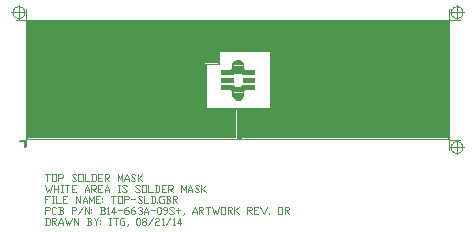
<source format=gbr>
G75*
%IPPOS*%
%FSLAX24Y24*%
%MOIN*%
%ADD10C,0.00100*%
%ADD11C,0.00200*%
%ADD12C,0.00400*%
%ADD13C,0.00800*%
%ADD14C,0.01500*%
%ADD15C,0.02500*%
%ADD16C,0.04000*%
%ADD17C,0.40000*%
%ADD18C,0.20000*%
%ADD19C,0.09358*%
%ADD20C,0.09600*%
%ADD21C,0.01300*%
%ADD22C,0.03000*%
%LNGB-TSLD*%
%LPD*%
G54D12*
X640Y-2106D02*
Y-1886D01*
X786D01*
X640Y-1996D02*
X713D01*
X859Y-1886D02*
X932D01*
X896D02*
Y-2106D01*
X859D02*
X932D01*
X1006Y-1886D02*
Y-2106D01*
X1152D01*
X1225D02*
Y-1886D01*
X1372D01*
X1225Y-1996D02*
X1298D01*
X1225Y-2106D02*
X1372D01*
X1664D02*
Y-1886D01*
X1811Y-2106D01*
Y-1886D01*
X1884Y-2106D02*
Y-2033D01*
X1957Y-1886D01*
X2030Y-2033D01*
Y-2106D01*
X1884Y-2033D02*
X2030D01*
X2104Y-2106D02*
Y-1886D01*
X2177Y-2033D01*
X2250Y-1886D01*
Y-2106D01*
X2323D02*
Y-1886D01*
X2470D01*
X2323Y-1996D02*
X2396D01*
X2323Y-2106D02*
X2470D01*
X2543Y-1959D02*
Y-1996D01*
Y-2033D02*
Y-2069D01*
X2836Y-1886D02*
X2982D01*
X2909D02*
Y-2106D01*
X3055D02*
Y-1886D01*
X3202D01*
Y-2106D01*
X3055D01*
X3275D02*
Y-1886D01*
X3385D01*
X3421Y-1923D01*
Y-1959D01*
X3385Y-1996D01*
X3275D01*
X3495D02*
X3641D01*
X3714Y-2069D02*
X3751Y-2106D01*
X3824D01*
X3861Y-2069D01*
X3714Y-1923D01*
X3751Y-1886D01*
X3824D01*
X3861Y-1923D01*
X3934Y-1886D02*
Y-2106D01*
X4080D01*
X4153D02*
X4263D01*
X4300Y-2069D01*
Y-1923D01*
X4263Y-1886D01*
X4153D01*
X4190D02*
Y-2106D01*
X4373D02*
Y-2069D01*
X4556Y-1996D02*
X4593D01*
Y-2106D01*
X4483D01*
X4446Y-2069D01*
Y-1923D01*
X4483Y-1886D01*
X4593D01*
X4666Y-2106D02*
X4776D01*
X4812Y-2069D01*
Y-2033D01*
X4776Y-1996D01*
X4702D01*
X4776D02*
X4812Y-1959D01*
Y-1923D01*
X4776Y-1886D01*
X4666D01*
X4702D02*
Y-2106D01*
X4885D02*
Y-1886D01*
X4995D01*
X5032Y-1923D01*
Y-1959D01*
X4995Y-1996D01*
X4885D01*
X4922D02*
X5032Y-2106D01*
X640Y-1154D02*
X786D01*
X713D02*
Y-1374D01*
X859D02*
Y-1154D01*
X1006D01*
Y-1374D01*
X859D01*
X1079D02*
Y-1154D01*
X1189D01*
X1225Y-1191D01*
Y-1227D01*
X1189Y-1264D01*
X1079D01*
X1518Y-1337D02*
X1555Y-1374D01*
X1628D01*
X1664Y-1337D01*
X1518Y-1191D01*
X1555Y-1154D01*
X1628D01*
X1664Y-1191D01*
X1738Y-1374D02*
Y-1154D01*
X1884D01*
Y-1374D01*
X1738D01*
X1957Y-1154D02*
Y-1374D01*
X2104D01*
X2177D02*
X2287D01*
X2323Y-1337D01*
Y-1191D01*
X2287Y-1154D01*
X2177D01*
X2213D02*
Y-1374D01*
X2396D02*
Y-1154D01*
X2543D01*
X2396Y-1264D02*
X2470D01*
X2396Y-1374D02*
X2543D01*
X2616D02*
Y-1154D01*
X2726D01*
X2762Y-1191D01*
Y-1227D01*
X2726Y-1264D01*
X2616D01*
X2653D02*
X2762Y-1374D01*
X3055D02*
Y-1154D01*
X3128Y-1301D01*
X3202Y-1154D01*
Y-1374D01*
X3275D02*
Y-1301D01*
X3348Y-1154D01*
X3421Y-1301D01*
Y-1374D01*
X3275Y-1301D02*
X3421D01*
X3495Y-1337D02*
X3531Y-1374D01*
X3604D01*
X3641Y-1337D01*
X3495Y-1191D01*
X3531Y-1154D01*
X3604D01*
X3641Y-1191D01*
X3714Y-1374D02*
Y-1154D01*
X3861D02*
X3751Y-1264D01*
X3714D01*
X3751D02*
X3861Y-1374D01*
X640Y-1520D02*
X713Y-1740D01*
X749Y-1630D01*
X786Y-1740D01*
X859Y-1520D01*
X932Y-1740D02*
Y-1520D01*
Y-1630D02*
X1079D01*
Y-1520D02*
Y-1740D01*
X1152Y-1520D02*
X1225D01*
X1189D02*
Y-1740D01*
X1152D02*
X1225D01*
X1298Y-1520D02*
X1445D01*
X1372D02*
Y-1740D01*
X1518D02*
Y-1520D01*
X1664D01*
X1518Y-1630D02*
X1591D01*
X1518Y-1740D02*
X1664D01*
X1957D02*
Y-1667D01*
X2030Y-1520D01*
X2104Y-1667D01*
Y-1740D01*
X1957Y-1667D02*
X2104D01*
X2177Y-1740D02*
Y-1520D01*
X2287D01*
X2323Y-1557D01*
Y-1593D01*
X2287Y-1630D01*
X2177D01*
X2213D02*
X2323Y-1740D01*
X2396D02*
Y-1520D01*
X2543D01*
X2396Y-1630D02*
X2470D01*
X2396Y-1740D02*
X2543D01*
X2616D02*
Y-1667D01*
X2689Y-1520D01*
X2762Y-1667D01*
Y-1740D01*
X2616Y-1667D02*
X2762D01*
X3055Y-1520D02*
X3128D01*
X3092D02*
Y-1740D01*
X3055D02*
X3128D01*
X3202Y-1703D02*
X3238Y-1740D01*
X3312D01*
X3348Y-1703D01*
X3202Y-1557D01*
X3238Y-1520D01*
X3312D01*
X3348Y-1557D01*
X3641Y-1703D02*
X3678Y-1740D01*
X3751D01*
X3787Y-1703D01*
X3641Y-1557D01*
X3678Y-1520D01*
X3751D01*
X3787Y-1557D01*
X3861Y-1740D02*
Y-1520D01*
X4007D01*
Y-1740D01*
X3861D01*
X4080Y-1520D02*
Y-1740D01*
X4227D01*
X4300D02*
X4410D01*
X4446Y-1703D01*
Y-1557D01*
X4410Y-1520D01*
X4300D01*
X4336D02*
Y-1740D01*
X4519D02*
Y-1520D01*
X4666D01*
X4519Y-1630D02*
X4593D01*
X4519Y-1740D02*
X4666D01*
X4739D02*
Y-1520D01*
X4849D01*
X4885Y-1557D01*
Y-1593D01*
X4849Y-1630D01*
X4739D01*
X4776D02*
X4885Y-1740D01*
X5178D02*
Y-1520D01*
X5251Y-1667D01*
X5325Y-1520D01*
Y-1740D01*
X5398D02*
Y-1667D01*
X5471Y-1520D01*
X5544Y-1667D01*
Y-1740D01*
X5398Y-1667D02*
X5544D01*
X5617Y-1703D02*
X5654Y-1740D01*
X5727D01*
X5764Y-1703D01*
X5617Y-1557D01*
X5654Y-1520D01*
X5727D01*
X5764Y-1557D01*
X5837Y-1740D02*
Y-1520D01*
X5983D02*
X5874Y-1630D01*
X5837D01*
X5874D02*
X5983Y-1740D01*
X640Y-2472D02*
Y-2252D01*
X749D01*
X786Y-2289D01*
Y-2326D01*
X749Y-2362D01*
X640D01*
X1006Y-2435D02*
X969Y-2472D01*
X896D01*
X859Y-2435D01*
Y-2289D01*
X896Y-2252D01*
X969D01*
X1006Y-2289D01*
X1079Y-2472D02*
X1189D01*
X1225Y-2435D01*
Y-2399D01*
X1189Y-2362D01*
X1115D01*
X1189D02*
X1225Y-2326D01*
Y-2289D01*
X1189Y-2252D01*
X1079D01*
X1115D02*
Y-2472D01*
X1518D02*
Y-2252D01*
X1628D01*
X1664Y-2289D01*
Y-2326D01*
X1628Y-2362D01*
X1518D01*
X1738Y-2472D02*
X1884Y-2252D01*
X1957Y-2472D02*
Y-2252D01*
X2104Y-2472D01*
Y-2252D01*
X2177Y-2326D02*
Y-2362D01*
Y-2399D02*
Y-2435D01*
X2470Y-2472D02*
X2579D01*
X2616Y-2435D01*
Y-2399D01*
X2579Y-2362D01*
X2506D01*
X2579D02*
X2616Y-2326D01*
Y-2289D01*
X2579Y-2252D01*
X2470D01*
X2506D02*
Y-2472D01*
X2689Y-2289D02*
X2726Y-2252D01*
Y-2472D01*
X2689D02*
X2762D01*
X2982Y-2399D02*
X2836D01*
X2945Y-2252D01*
Y-2472D01*
X3055Y-2362D02*
X3202D01*
X3275D02*
X3385D01*
X3421Y-2399D01*
Y-2435D01*
X3385Y-2472D01*
X3312D01*
X3275Y-2435D01*
Y-2326D01*
X3348Y-2252D01*
X3385D01*
X3495Y-2362D02*
X3604D01*
X3641Y-2399D01*
Y-2435D01*
X3604Y-2472D01*
X3531D01*
X3495Y-2435D01*
Y-2326D01*
X3568Y-2252D01*
X3604D01*
X3714Y-2289D02*
X3751Y-2252D01*
X3824D01*
X3861Y-2289D01*
Y-2326D01*
X3824Y-2362D01*
X3787D01*
X3824D02*
X3861Y-2399D01*
Y-2435D01*
X3824Y-2472D01*
X3751D01*
X3714Y-2435D01*
X3934Y-2472D02*
Y-2399D01*
X4007Y-2252D01*
X4080Y-2399D01*
Y-2472D01*
X3934Y-2399D02*
X4080D01*
X4153Y-2362D02*
X4300D01*
X4410Y-2472D02*
X4373Y-2435D01*
Y-2289D01*
X4410Y-2252D01*
X4446D01*
X4483Y-2289D01*
Y-2435D01*
X4446Y-2472D01*
X4410D01*
X4593D02*
X4629D01*
X4702Y-2399D01*
Y-2289D01*
X4666Y-2252D01*
X4593D01*
X4556Y-2289D01*
Y-2326D01*
X4593Y-2362D01*
X4702D01*
X4776Y-2435D02*
X4812Y-2472D01*
X4885D01*
X4922Y-2435D01*
X4776Y-2289D01*
X4812Y-2252D01*
X4885D01*
X4922Y-2289D01*
X5068Y-2435D02*
Y-2289D01*
X5142Y-2362D02*
X4995D01*
X5251Y-2435D02*
Y-2472D01*
X5215Y-2509D01*
X5544Y-2472D02*
Y-2399D01*
X5617Y-2252D01*
X5691Y-2399D01*
Y-2472D01*
X5544Y-2399D02*
X5691D01*
X5764Y-2472D02*
Y-2252D01*
X5874D01*
X5910Y-2289D01*
Y-2326D01*
X5874Y-2362D01*
X5764D01*
X5800D02*
X5910Y-2472D01*
X5983Y-2252D02*
X6130D01*
X6057D02*
Y-2472D01*
X6203Y-2252D02*
X6276Y-2472D01*
X6313Y-2362D01*
X6349Y-2472D01*
X6423Y-2252D01*
X6496Y-2472D02*
Y-2252D01*
X6642D01*
Y-2472D01*
X6496D01*
X6715D02*
Y-2252D01*
X6825D01*
X6862Y-2289D01*
Y-2326D01*
X6825Y-2362D01*
X6715D01*
X6752D02*
X6862Y-2472D01*
X6935D02*
Y-2252D01*
X7081D02*
X6972Y-2362D01*
X6935D01*
X6972D02*
X7081Y-2472D01*
X7374D02*
Y-2252D01*
X7484D01*
X7521Y-2289D01*
Y-2326D01*
X7484Y-2362D01*
X7374D01*
X7411D02*
X7521Y-2472D01*
X7594D02*
Y-2252D01*
X7740D01*
X7594Y-2362D02*
X7667D01*
X7594Y-2472D02*
X7740D01*
X7813Y-2252D02*
X7923Y-2472D01*
X8033Y-2252D01*
X8106Y-2472D02*
Y-2435D01*
X8399Y-2472D02*
Y-2252D01*
X8546D01*
Y-2472D01*
X8399D01*
X8619D02*
Y-2252D01*
X8729D01*
X8765Y-2289D01*
Y-2326D01*
X8729Y-2362D01*
X8619D01*
X8655D02*
X8765Y-2472D01*
X640Y-2838D02*
X749D01*
X786Y-2801D01*
Y-2655D01*
X749Y-2618D01*
X640D01*
X676D02*
Y-2838D01*
X859D02*
Y-2618D01*
X969D01*
X1006Y-2655D01*
Y-2692D01*
X969Y-2728D01*
X859D01*
X896D02*
X1006Y-2838D01*
X1079D02*
Y-2765D01*
X1152Y-2618D01*
X1225Y-2765D01*
Y-2838D01*
X1079Y-2765D02*
X1225D01*
X1298Y-2618D02*
X1372Y-2838D01*
X1408Y-2728D01*
X1445Y-2838D01*
X1518Y-2618D01*
X1591Y-2838D02*
Y-2618D01*
X1738Y-2838D01*
Y-2618D01*
X2030Y-2838D02*
X2140D01*
X2177Y-2801D01*
Y-2765D01*
X2140Y-2728D01*
X2067D01*
X2140D02*
X2177Y-2692D01*
Y-2655D01*
X2140Y-2618D01*
X2030D01*
X2067D02*
Y-2838D01*
X2250Y-2618D02*
X2323Y-2728D01*
Y-2838D01*
Y-2728D02*
X2396Y-2618D01*
X2470Y-2692D02*
Y-2728D01*
Y-2765D02*
Y-2801D01*
X2762Y-2618D02*
X2836D01*
X2799D02*
Y-2838D01*
X2762D02*
X2836D01*
X2909Y-2618D02*
X3055D01*
X2982D02*
Y-2838D01*
X3238Y-2728D02*
X3275D01*
Y-2838D01*
X3165D01*
X3128Y-2801D01*
Y-2655D01*
X3165Y-2618D01*
X3275D01*
X3385Y-2801D02*
Y-2838D01*
X3348Y-2875D01*
X3714Y-2838D02*
X3678Y-2801D01*
Y-2655D01*
X3714Y-2618D01*
X3751D01*
X3787Y-2655D01*
Y-2801D01*
X3751Y-2838D01*
X3714D01*
X3897D02*
X3861Y-2801D01*
Y-2765D01*
X3897Y-2728D01*
X3970D01*
X4007Y-2692D01*
Y-2655D01*
X3970Y-2618D01*
X3897D01*
X3861Y-2655D01*
Y-2692D01*
X3897Y-2728D01*
X3970D02*
X4007Y-2765D01*
Y-2801D01*
X3970Y-2838D01*
X3897D01*
X4080D02*
X4227Y-2618D01*
X4300Y-2655D02*
X4336Y-2618D01*
X4410D01*
X4446Y-2655D01*
Y-2692D01*
X4410Y-2728D01*
X4336D01*
X4300Y-2765D01*
Y-2838D01*
X4446D01*
X4519Y-2655D02*
X4556Y-2618D01*
Y-2838D01*
X4519D02*
X4593D01*
X4666D02*
X4812Y-2618D01*
X4885Y-2655D02*
X4922Y-2618D01*
Y-2838D01*
X4885D02*
X4959D01*
X5178Y-2765D02*
X5032D01*
X5142Y-2618D01*
Y-2838D01*
G54D10*
X-201Y-5D02*
X-246Y-54D01*
X-54D01*
Y-246D01*
X-5Y-201D01*
Y-5D01*
X-201D01*
X-223Y-44D02*
X-246Y-54D01*
X-44Y-223D02*
X-54Y-246D01*
G54D11*
X-197Y-15D02*
X-223Y-44D01*
X-44D01*
Y-223D01*
X-15Y-197D01*
Y-15D01*
X-197D01*
X-119Y-15D02*
Y-44D01*
X-138D02*
Y-15D01*
X-157D02*
Y-44D01*
X-176D02*
Y-15D01*
X-195D02*
Y-44D01*
X-214D02*
Y-34D01*
X-100Y-44D02*
Y-15D01*
X-81D02*
Y-44D01*
X-62D02*
Y-15D01*
X-43D02*
Y-222D01*
X-24Y-205D02*
Y-15D01*
G54D10*
X-201Y-5D02*
X-246Y-54D01*
X-54D01*
Y-246D01*
X-5Y-201D01*
Y-5D01*
X-201D01*
X14352Y-54D02*
X14321Y-56D01*
X14291Y-63D01*
X14263Y-75D01*
X14237Y-91D01*
X14214Y-111D01*
X14194Y-134D01*
X14178Y-160D01*
X14166Y-189D01*
X14159Y-218D01*
X14157Y-249D01*
D02*
X14159Y-279D01*
X14166Y-309D01*
X14178Y-337D01*
X14194Y-364D01*
X14214Y-387D01*
X14237Y-407D01*
X14263Y-423D01*
X14291Y-434D01*
X14321Y-442D01*
X14352Y-444D01*
X14100Y0D02*
X14449D01*
X14352Y-249D02*
X14116D01*
X14100Y0D02*
Y-349D01*
X14352Y-444D02*
X14382Y-442D01*
X14412Y-434D01*
X14440Y-423D01*
X14466Y-407D01*
X14490Y-387D01*
X14509Y-364D01*
X14525Y-337D01*
X14537Y-309D01*
X14544Y-279D01*
X14547Y-249D01*
X14352D02*
Y-484D01*
X14547Y-249D02*
X14544Y-218D01*
X14537Y-189D01*
X14525Y-160D01*
X14509Y-134D01*
X14490Y-111D01*
X14466Y-91D01*
X14440Y-75D01*
X14412Y-63D01*
X14382Y-56D01*
X14352Y-54D01*
Y-249D02*
X14587D01*
X14352D02*
Y-13D01*
X-252Y4444D02*
X-282Y4442D01*
X-312Y4434D01*
X-340Y4423D01*
X-366Y4407D01*
X-390Y4387D01*
X-409Y4364D01*
X-425Y4337D01*
X-437Y4309D01*
X-444Y4279D01*
X-447Y4249D01*
D02*
X-444Y4218D01*
X-437Y4189D01*
X-425Y4160D01*
X-409Y4134D01*
X-390Y4111D01*
X-366Y4091D01*
X-340Y4075D01*
X-312Y4063D01*
X-282Y4056D01*
X-252Y4054D01*
Y4249D02*
X-487D01*
X-252Y4054D02*
X-221Y4056D01*
X-191Y4063D01*
X-163Y4075D01*
X-137Y4091D01*
X-114Y4111D01*
X-94Y4134D01*
X-78Y4160D01*
X-66Y4189D01*
X-59Y4218D01*
X-57Y4249D01*
X-252D02*
Y4013D01*
X0Y4000D02*
Y4349D01*
Y4000D02*
X-349D01*
X-57Y4249D02*
X-59Y4279D01*
X-66Y4309D01*
X-78Y4337D01*
X-94Y4364D01*
X-114Y4387D01*
X-137Y4407D01*
X-163Y4423D01*
X-191Y4434D01*
X-221Y4442D01*
X-252Y4444D01*
Y4249D02*
X-16D01*
X-252D02*
Y4484D01*
X14547Y4249D02*
X14544Y4279D01*
X14537Y4309D01*
X14525Y4337D01*
X14509Y4364D01*
X14490Y4387D01*
X14466Y4407D01*
X14440Y4423D01*
X14412Y4434D01*
X14382Y4442D01*
X14352Y4444D01*
Y4054D02*
X14382Y4056D01*
X14412Y4063D01*
X14440Y4075D01*
X14466Y4091D01*
X14490Y4111D01*
X14509Y4134D01*
X14525Y4160D01*
X14537Y4189D01*
X14544Y4218D01*
X14547Y4249D01*
X14352D02*
X14587D01*
X14157D02*
X14159Y4218D01*
X14166Y4189D01*
X14178Y4160D01*
X14194Y4134D01*
X14214Y4111D01*
X14237Y4091D01*
X14263Y4075D01*
X14291Y4063D01*
X14321Y4056D01*
X14352Y4054D01*
Y4249D02*
Y4013D01*
X14100Y4000D02*
Y4349D01*
Y4000D02*
X14449D01*
X14352Y4444D02*
X14321Y4442D01*
X14291Y4434D01*
X14263Y4423D01*
X14237Y4407D01*
X14214Y4387D01*
X14194Y4364D01*
X14178Y4337D01*
X14166Y4309D01*
X14159Y4279D01*
X14157Y4249D01*
X14352D02*
X14116D01*
X14352D02*
Y4484D01*
X6505Y1935D02*
X6885D01*
Y2065D01*
X6505D01*
Y1935D01*
G54D11*
X6515Y1945D02*
X6875D01*
Y2055D01*
X6515D01*
Y1945D01*
G54D12*
X6535Y1965D02*
X6855D01*
Y2035D01*
X6535D01*
Y1965D01*
X6855Y2000D02*
X6535D01*
G54D10*
X6505Y1935D02*
X6885D01*
Y2065D01*
X6505D01*
Y1935D01*
X7215D02*
X7595D01*
Y2065D01*
X7215D01*
Y1935D01*
G54D11*
X7225Y1945D02*
X7585D01*
Y2055D01*
X7225D01*
Y1945D01*
G54D12*
X7245Y1965D02*
X7565D01*
Y2035D01*
X7245D01*
Y1965D01*
X7565Y2000D02*
X7245D01*
G54D10*
X7215Y1935D02*
X7595D01*
Y2065D01*
X7215D01*
Y1935D01*
X7298Y1675D02*
X7595D01*
Y1805D01*
X7212D01*
X7172Y1765D01*
X6928D01*
X6888Y1805D01*
X6505D01*
Y1675D01*
X6802D01*
X6855Y1622D01*
Y1462D01*
X6982Y1335D01*
X7118D01*
X7245Y1462D01*
Y1622D01*
X7298Y1675D01*
G54D11*
X7294Y1685D02*
X7585D01*
Y1795D01*
X7216D01*
X7176Y1755D01*
X6924D01*
X6884Y1795D01*
X6515D01*
Y1685D01*
X6806D01*
X6865Y1626D01*
Y1466D01*
X6986Y1345D01*
X7114D01*
X7235Y1466D01*
Y1626D01*
X7294Y1685D01*
G54D12*
X7286Y1705D02*
X7565D01*
Y1775D01*
X7224D01*
X7184Y1735D01*
X6916D01*
X6876Y1775D01*
X6535D01*
Y1705D01*
X6814D01*
X6885Y1634D01*
Y1474D01*
X6994Y1365D01*
X7106D01*
X7215Y1474D01*
Y1634D01*
X7286Y1705D01*
X7215Y1570D02*
X6885D01*
Y1608D02*
X7215D01*
X7227Y1646D02*
X6874D01*
X6836Y1684D02*
X7265D01*
X7565Y1722D02*
X6535D01*
Y1760D02*
X6891D01*
X7210D02*
X7565D01*
X7215Y1532D02*
X6885D01*
Y1494D02*
X7215D01*
X7197Y1456D02*
X6904D01*
X6942Y1418D02*
X7159D01*
X7121Y1380D02*
X6980D01*
G54D10*
X7298Y1675D02*
X7595D01*
Y1805D01*
X7212D01*
X7172Y1765D01*
X6928D01*
X6888Y1805D01*
X6505D01*
Y1675D01*
X6802D01*
X6855Y1622D01*
Y1462D01*
X6982Y1335D01*
X7118D01*
X7245Y1462D01*
Y1622D01*
X7298Y1675D01*
Y2325D02*
X7245Y2378D01*
Y2538D01*
X7118Y2665D01*
X6982D01*
X6855Y2538D01*
Y2378D01*
X6802Y2325D01*
X6505D01*
Y2195D01*
X6888D01*
X6928Y2235D01*
X7172D01*
X7212Y2195D01*
X7595D01*
Y2325D01*
X7298D01*
G54D11*
X7294Y2315D02*
X7235Y2374D01*
Y2534D01*
X7114Y2655D01*
X6986D01*
X6865Y2534D01*
Y2374D01*
X6806Y2315D01*
X6515D01*
Y2205D01*
X6884D01*
X6924Y2245D01*
X7176D01*
X7216Y2205D01*
X7585D01*
Y2315D01*
X7294D01*
G54D12*
X7286Y2295D02*
X7215Y2366D01*
Y2526D01*
X7106Y2635D01*
X6994D01*
X6885Y2526D01*
Y2366D01*
X6814Y2295D01*
X6535D01*
Y2225D01*
X6876D01*
X6916Y2265D01*
X7184D01*
X7224Y2225D01*
X7565D01*
Y2295D01*
X7286D01*
X7215Y2430D02*
X6885D01*
Y2468D02*
X7215D01*
Y2506D02*
X6885D01*
X6904Y2544D02*
X7197D01*
X7159Y2582D02*
X6942D01*
X6980Y2620D02*
X7121D01*
X7215Y2392D02*
X6885D01*
X6874Y2354D02*
X7227D01*
X7265Y2316D02*
X6836D01*
X6535Y2278D02*
X7565D01*
X6891Y2240D02*
X6535D01*
X7210D02*
X7565D01*
G54D10*
X7298Y2325D02*
X7245Y2378D01*
Y2538D01*
X7118Y2665D01*
X6982D01*
X6855Y2538D01*
Y2378D01*
X6802Y2325D01*
X6505D01*
Y2195D01*
X6888D01*
X6928Y2235D01*
X7172D01*
X7212Y2195D01*
X7595D01*
Y2325D01*
X7298D01*
X7045Y1045D02*
X5984D01*
Y2505D01*
X6434D01*
Y2955D01*
X8116D01*
Y1045D01*
X7127D01*
Y5D01*
X14095D01*
Y3995D01*
X5D01*
Y5D01*
X7045D01*
Y1045D01*
G54D11*
X7035Y1035D02*
X5974D01*
Y2515D01*
X6424D01*
Y2965D01*
X8126D01*
Y1035D01*
X7137D01*
Y15D01*
X14085D01*
Y3985D01*
X15D01*
Y15D01*
X7035D01*
Y1035D01*
G54D12*
X7015Y1015D02*
X5954D01*
Y2535D01*
X6404D01*
Y2985D01*
X8146D01*
Y1015D01*
X7157D01*
Y35D01*
X14065D01*
Y3965D01*
X35D01*
Y35D01*
X7015D01*
Y1015D01*
G54D13*
X6975Y975D02*
X5914D01*
Y2575D01*
X6364D01*
Y3025D01*
X8186D01*
Y975D01*
X7197D01*
Y75D01*
X14025D01*
Y3925D01*
X75D01*
Y75D01*
X6975D01*
Y975D01*
G54D14*
X6900Y900D02*
X5839D01*
Y2650D01*
X6289D01*
Y3100D01*
X8261D01*
Y900D01*
X7272D01*
Y150D01*
X13950D01*
Y3850D01*
X150D01*
Y150D01*
X6900D01*
Y900D01*
G54D15*
X6775Y775D02*
X5714D01*
Y2775D01*
X6164D01*
Y3225D01*
X8386D01*
Y775D01*
X7397D01*
Y275D01*
X13825D01*
Y3725D01*
X275D01*
Y275D01*
X6775D01*
Y775D01*
G54D16*
X6575Y575D02*
X5514D01*
Y2975D01*
X5964D01*
Y3425D01*
X8586D01*
Y575D01*
X7597D01*
Y475D01*
X13625D01*
Y3525D01*
X475D01*
Y475D01*
X6575D01*
Y575D01*
X8826Y570D02*
X13385Y480D01*
X11106Y525D02*
X7597D01*
X715Y480D02*
X5274Y570D01*
X6575Y525D02*
X2994D01*
X5514Y2000D02*
X475D01*
X8586D02*
X13625D01*
X5514Y2380D02*
X475D01*
X8586D02*
X13625D01*
X5514Y2760D02*
X475D01*
X8586D02*
X13625D01*
X5964Y3140D02*
X475D01*
X8586D02*
X13625D01*
X5514Y1620D02*
X475D01*
X8586D02*
X13625D01*
X5514Y1240D02*
X475D01*
X8586D02*
X13625D01*
X5514Y860D02*
X475D01*
X8586D02*
X13625D01*
G54D10*
X7045Y1045D02*
X5984D01*
Y2505D01*
X6434D01*
Y2955D01*
X8116D01*
Y1045D01*
X7127D01*
Y5D01*
X14095D01*
Y3995D01*
X5D01*
Y5D01*
X7045D01*
Y1045D01*
X7055Y5D02*
X7117D01*
Y1045D01*
X7055D01*
Y5D01*
G54D11*
X7065Y15D02*
X7107D01*
Y1035D01*
X7065D01*
Y15D01*
G54D12*
X7085Y35D02*
X7087D01*
Y1015D01*
X7085D01*
Y35D01*
G54D10*
X7055Y5D02*
X7117D01*
Y1045D01*
X7055D01*
Y5D01*
M02*


	THIS DOCUMENT AND ITS CONTENTS ARE OWNED BY, AND ARE
THE CONFIDENTIAL AND PROPRIETARY INFORMATION OF, MINI-CIRCUITS
("CONFIDENTIAL INFORMATION") AND MINI-CIRCUITS RESERVES ALL
DESIGN, USE, MANUFACTURING AND REPRODUCTION RIGHTS THERETO.
UNLESS OTHERWISE EXPRESSLY AGREED TO IN WRITING BY MINI-
CIRCUITS, THE CONFIDENTIAL INFROMATION WILL: (i) BE USED BY MINI-
CIRCUITS' VENDORS, VENDEES, OR THE UNITED STATES GOVERNMENT
("RECEIVING PARTY") SOLELY TO PROMOTE THE COMMERCIAL
RELATIONSHIP BETWEEN RECEIVING PARTY AND MINI-CIRCUITS
("PURPOSE") AND THEN ONLY TO THE EXTENT SPECIFIED BY MINI-
CIRCUITS; (ii) NOT BE USED FOR ANY OTHER PURPOSE AND NOT BE USED
IN ANY WAY DETRIMENTAL TO MINI-CIRCUITS OR TO COMPETE AGAINST
MINI-CIRCUITS; AND (iii) BE KEPT CONFIDENTIAL BY THE RECEIVING PARTY
AND RECEIVING PARTY AGREES NOT TO DISCLOSE THE CONFIDENTIAL
INFORMATION TO ANY THIRD PARTY.

</source>
